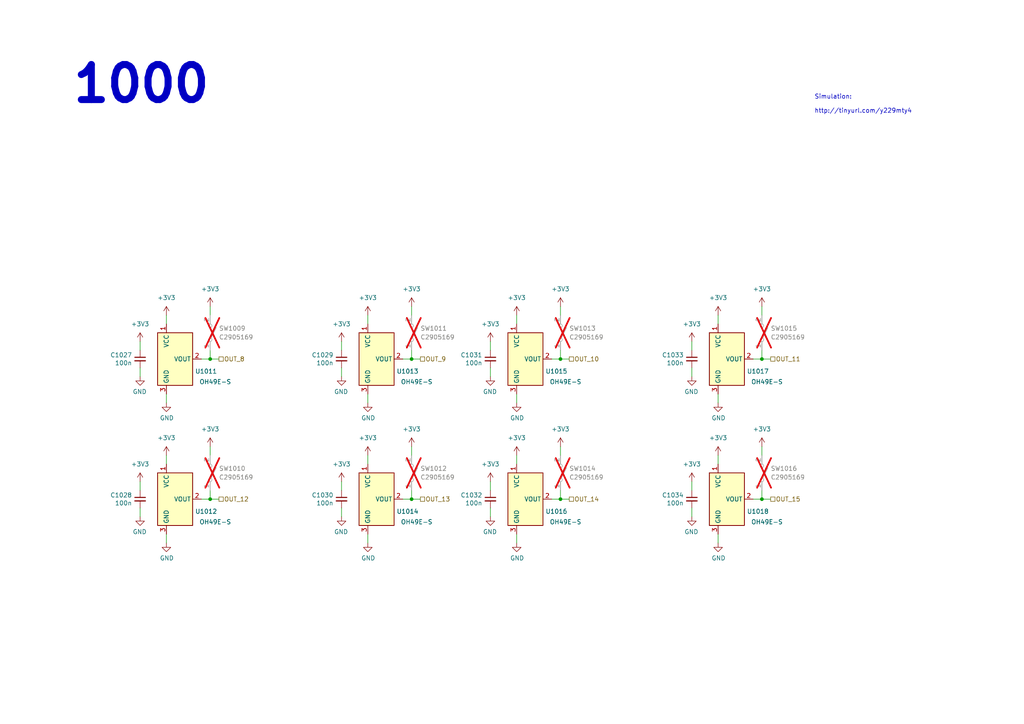
<source format=kicad_sch>
(kicad_sch (version 20231120) (generator "eeschema") (generator_version "8.0")
  (paper "A4")
  (lib_symbols
    (symbol "Sensor_Magnetic:A1301KLHLT-T"
      (property "Reference" "U" (at 0 11.43 0))
      (property "Value" "A1301KLHLT-T" (at 0 8.89 0))
      (symbol "A1301KLHLT-T_0_1"
        (rectangle (start -5.08 7.62) (end 5.08 -7.62) (stroke (width 0.254)) (fill (type background)))
      )
      (symbol "A1301KLHLT-T_1_1"
        (pin power_in line (at -2.54 10.16 270) (length 2.54) (name "VCC") (number "1"))
        (pin output line (at 7.62 0 180) (length 2.54) (name "VOUT") (number "2"))
        (pin power_in line (at -2.54 -10.16 90) (length 2.54) (name "GND") (number "3"))
      )
    )
    (symbol "Switch:SW_SPST" (pin_names (offset 0) hide)
      (property "Reference" "SW" (at 0 3.175 0))
      (property "Value" "SW_SPST" (at 0 -2.54 0))
      (symbol "SW_SPST_0_0"
        (circle (center -2.032 0) (radius 0.508))
        (polyline (pts (xy -1.524 0.254) (xy 1.524 1.778)))
        (circle (center 2.032 0) (radius 0.508))
      )
      (symbol "SW_SPST_1_1"
        (pin passive line (at -5.08 0 0) (length 2.54) (name "A") (number "1"))
        (pin passive line (at 5.08 0 180) (length 2.54) (name "B") (number "2"))
      )
    )
    (symbol "power:+3V3" (power) (pin_names (offset 0))
      (property "Value" "+3V3" (at 0 3.556 0))
      (symbol "+3V3_0_1"
        (polyline (pts (xy -0.762 1.27) (xy 0 2.54)))
        (polyline (pts (xy 0 0) (xy 0 2.54)))
        (polyline (pts (xy 0 2.54) (xy 0.762 1.27)))
      )
      (symbol "+3V3_1_1"
        (pin power_in line (at 0 0 90) (length 0) hide (name "+3V3") (number "1"))
      )
    )
    (symbol "power:GND" (power) (pin_names (offset 0))
      (property "Value" "GND" (at 0 -3.81 0))
      (symbol "GND_0_1"
        (polyline (pts (xy 0 0) (xy 0 -1.27) (xy 1.27 -1.27) (xy 0 -2.54) (xy -1.27 -1.27) (xy 0 -1.27)))
      )
      (symbol "GND_1_1"
        (pin power_in line (at 0 0 270) (length 0) hide (name "GND") (number "1"))
      )
    )
    (symbol "suku_basics:CAP" (pin_numbers hide) (pin_names (offset 0.254) hide)
      (property "Reference" "C" (at 0.254 1.778 0))
      (symbol "CAP_0_1"
        (polyline (pts (xy -1.524 -0.508) (xy 1.524 -0.508)) (stroke (width 0.3302)))
        (polyline (pts (xy -1.524 0.508) (xy 1.524 0.508)) (stroke (width 0.3048)))
      )
      (symbol "CAP_1_1"
        (pin passive line (at 0 2.54 270) (length 2.032) (name "~") (number "1"))
        (pin passive line (at 0 -2.54 90) (length 2.032) (name "~") (number "2"))
      )
    )
  )
  (junction (at 119.38 144.78))
  (junction (at 119.38 104.14))
  (junction (at 220.98 104.14))
  (junction (at 162.56 144.78))
  (junction (at 162.56 104.14))
  (junction (at 60.96 104.14))
  (junction (at 220.98 144.78))
  (junction (at 60.96 144.78))
  (wire (pts (xy 220.98 142.24) (xy 220.98 144.78)))
  (wire (pts (xy 162.56 88.9) (xy 162.56 91.44)))
  (wire (pts (xy 160.02 144.78) (xy 162.56 144.78)))
  (wire (pts (xy 200.66 149.86) (xy 200.66 147.32)))
  (wire (pts (xy 48.26 154.94) (xy 48.26 157.48)))
  (wire (pts (xy 208.28 132.08) (xy 208.28 134.62)))
  (wire (pts (xy 99.06 139.7) (xy 99.06 142.24)))
  (wire (pts (xy 119.38 88.9) (xy 119.38 91.44)))
  (wire (pts (xy 162.56 104.14) (xy 165.1 104.14)))
  (wire (pts (xy 208.28 114.3) (xy 208.28 116.84)))
  (wire (pts (xy 218.44 104.14) (xy 220.98 104.14)))
  (wire (pts (xy 60.96 144.78) (xy 63.5 144.78)))
  (wire (pts (xy 40.64 139.7) (xy 40.64 142.24)))
  (wire (pts (xy 149.86 154.94) (xy 149.86 157.48)))
  (wire (pts (xy 208.28 154.94) (xy 208.28 157.48)))
  (wire (pts (xy 149.86 132.08) (xy 149.86 134.62)))
  (wire (pts (xy 58.42 144.78) (xy 60.96 144.78)))
  (wire (pts (xy 149.86 91.44) (xy 149.86 93.98)))
  (wire (pts (xy 220.98 144.78) (xy 223.52 144.78)))
  (wire (pts (xy 48.26 114.3) (xy 48.26 116.84)))
  (wire (pts (xy 119.38 129.54) (xy 119.38 132.08)))
  (wire (pts (xy 60.96 88.9) (xy 60.96 91.44)))
  (wire (pts (xy 220.98 88.9) (xy 220.98 91.44)))
  (wire (pts (xy 40.64 149.86) (xy 40.64 147.32)))
  (wire (pts (xy 220.98 101.6) (xy 220.98 104.14)))
  (wire (pts (xy 60.96 101.6) (xy 60.96 104.14)))
  (wire (pts (xy 119.38 101.6) (xy 119.38 104.14)))
  (wire (pts (xy 116.84 104.14) (xy 119.38 104.14)))
  (wire (pts (xy 116.84 144.78) (xy 119.38 144.78)))
  (wire (pts (xy 200.66 109.22) (xy 200.66 106.68)))
  (wire (pts (xy 60.96 129.54) (xy 60.96 132.08)))
  (wire (pts (xy 142.24 99.06) (xy 142.24 101.6)))
  (wire (pts (xy 119.38 144.78) (xy 121.92 144.78)))
  (wire (pts (xy 200.66 99.06) (xy 200.66 101.6)))
  (wire (pts (xy 142.24 109.22) (xy 142.24 106.68)))
  (wire (pts (xy 119.38 142.24) (xy 119.38 144.78)))
  (wire (pts (xy 40.64 109.22) (xy 40.64 106.68)))
  (wire (pts (xy 160.02 104.14) (xy 162.56 104.14)))
  (wire (pts (xy 99.06 149.86) (xy 99.06 147.32)))
  (wire (pts (xy 58.42 104.14) (xy 60.96 104.14)))
  (wire (pts (xy 60.96 104.14) (xy 63.5 104.14)))
  (wire (pts (xy 200.66 139.7) (xy 200.66 142.24)))
  (wire (pts (xy 48.26 132.08) (xy 48.26 134.62)))
  (wire (pts (xy 162.56 142.24) (xy 162.56 144.78)))
  (wire (pts (xy 162.56 144.78) (xy 165.1 144.78)))
  (wire (pts (xy 40.64 99.06) (xy 40.64 101.6)))
  (wire (pts (xy 48.26 91.44) (xy 48.26 93.98)))
  (wire (pts (xy 60.96 142.24) (xy 60.96 144.78)))
  (wire (pts (xy 220.98 104.14) (xy 223.52 104.14)))
  (wire (pts (xy 106.68 132.08) (xy 106.68 134.62)))
  (wire (pts (xy 106.68 154.94) (xy 106.68 157.48)))
  (wire (pts (xy 218.44 144.78) (xy 220.98 144.78)))
  (wire (pts (xy 106.68 114.3) (xy 106.68 116.84)))
  (wire (pts (xy 99.06 99.06) (xy 99.06 101.6)))
  (wire (pts (xy 220.98 129.54) (xy 220.98 132.08)))
  (wire (pts (xy 162.56 101.6) (xy 162.56 104.14)))
  (wire (pts (xy 106.68 91.44) (xy 106.68 93.98)))
  (wire (pts (xy 162.56 129.54) (xy 162.56 132.08)))
  (wire (pts (xy 99.06 109.22) (xy 99.06 106.68)))
  (wire (pts (xy 208.28 91.44) (xy 208.28 93.98)))
  (wire (pts (xy 149.86 114.3) (xy 149.86 116.84)))
  (wire (pts (xy 119.38 104.14) (xy 121.92 104.14)))
  (wire (pts (xy 142.24 149.86) (xy 142.24 147.32)))
  (wire (pts (xy 142.24 139.7) (xy 142.24 142.24)))
  (text "1000" (at 20.32 30.48 0) (effects (font (size 10.16 10.16) (thickness 2.032) (bold yes)) (justify left bottom)))
  (text "Simulation:\n\nhttp://tinyurl.com/y229mty4" (at 236.22 33.02 0) (effects (font (size 1.27 1.27)) (justify left bottom)))
  (hierarchical_label "OUT_13" (shape passive) (at 121.92 144.78 0))
  (hierarchical_label "OUT_12" (shape passive) (at 63.5 144.78 0))
  (hierarchical_label "OUT_11" (shape passive) (at 223.52 104.14 0))
  (hierarchical_label "OUT_10" (shape passive) (at 165.1 104.14 0))
  (hierarchical_label "OUT_9" (shape passive) (at 121.92 104.14 0))
  (hierarchical_label "OUT_8" (shape passive) (at 63.5 104.14 0))
  (hierarchical_label "OUT_14" (shape passive) (at 165.1 144.78 0))
  (hierarchical_label "OUT_15" (shape passive) (at 223.52 144.78 0))
  (symbol (lib_id "power:+3V3") (at 200.66 139.7 0) (unit 1)
    (property "Reference" "#PWR01097" (effects (hide yes)))
    (property "Value" "+3V3" (at 200.66 134.62 0))
    (instances (project "PCBA-BU16" (path "" (reference "#PWR01097") (unit 1)) (path "" (reference "#PWR01057") (unit 1))))
  )
  (symbol (lib_id "power:GND") (at 208.28 116.84 0) (unit 1)
    (property "Reference" "#PWR01100" (effects (hide yes)))
    (property "Value" "GND" (at 208.407 121.2342 0))
    (instances (project "PCBA-BU16" (path "" (reference "#PWR01100") (unit 1)) (path "" (reference "#PWR01060") (unit 1))))
  )
  (symbol (lib_id "Switch:SW_SPST") (at 119.38 137.16 270) (mirror x) (unit 1) (dnp yes)
    (property "Reference" "SW1012" (at 121.92 135.8899 90) (effects (justify left)))
    (property "Value" "C2905169" (at 121.92 138.4299 90) (effects (justify left)))
    (property "Footprint" "suku_basics:gateron-low-profile" (effects (hide yes)))
    (instances (project "PCBA-BU16" (path "" (reference "SW1012") (unit 1)) (path "" (reference "SW1004") (unit 1))))
  )
  (symbol (lib_id "power:+3V3") (at 149.86 132.08 0) (unit 1)
    (property "Reference" "#PWR01091" (effects (hide yes)))
    (property "Value" "+3V3" (at 149.86 127 0))
    (instances (project "PCBA-BU16" (path "" (reference "#PWR01091") (unit 1)) (path "" (reference "#PWR01051") (unit 1))))
  )
  (symbol (lib_id "power:+3V3") (at 60.96 129.54 0) (unit 1)
    (property "Reference" "#PWR01074" (effects (hide yes)))
    (property "Value" "+3V3" (at 60.96 124.46 0))
    (instances (project "PCBA-BU16" (path "" (reference "#PWR01074") (unit 1)) (path "" (reference "#PWR01034") (unit 1))))
  )
  (symbol (lib_id "suku_basics:CAP") (at 142.24 144.78 0) (mirror y) (unit 1)
    (property "Reference" "C1032" (at 139.9032 143.6116 0) (effects (justify left)))
    (property "Value" "100n" (at 139.9032 145.923 0) (effects (justify left)))
    (property "Footprint" "suku_basics:CAP_0402" (effects (hide yes)))
    (instances (project "PCBA-BU16" (path "" (reference "C1032") (unit 1)) (path "" (reference "C1024") (unit 1))))
  )
  (symbol (lib_id "power:+3V3") (at 48.26 132.08 0) (unit 1)
    (property "Reference" "#PWR01071" (effects (hide yes)))
    (property "Value" "+3V3" (at 48.26 127 0))
    (instances (project "PCBA-BU16" (path "" (reference "#PWR01071") (unit 1)) (path "" (reference "#PWR01031") (unit 1))))
  )
  (symbol (lib_id "power:+3V3") (at 60.96 88.9 0) (unit 1)
    (property "Reference" "#PWR01073" (effects (hide yes)))
    (property "Value" "+3V3" (at 60.96 83.82 0))
    (instances (project "PCBA-BU16" (path "" (reference "#PWR01073") (unit 1)) (path "" (reference "#PWR01033") (unit 1))))
  )
  (symbol (lib_id "power:+3V3") (at 208.28 132.08 0) (unit 1)
    (property "Reference" "#PWR01101" (effects (hide yes)))
    (property "Value" "+3V3" (at 208.28 127 0))
    (instances (project "PCBA-BU16" (path "" (reference "#PWR01101") (unit 1)) (path "" (reference "#PWR01061") (unit 1))))
  )
  (symbol (lib_id "Sensor_Magnetic:A1301KLHLT-T") (at 210.82 104.14 0) (unit 1)
    (property "Reference" "U1017" (at 223.012 107.696 0) (effects (justify right)))
    (property "Value" "OH49E-S" (at 227.076 110.744 0) (effects (justify right)))
    (property "Footprint" "suku_basics:SOT-23W" (effects (hide yes)))
    (property "Datasheet" "http://www.allegromicro.com/~/media/Files/Datasheets/A1301-2-Datasheet.ashx" (effects (hide yes)))
    (property "Part" "C85573" (effects (hide yes)))
    (instances (project "PCBA-BU16" (path "" (reference "U1017") (unit 1)) (path "" (reference "U1009") (unit 1))))
  )
  (symbol (lib_id "power:GND") (at 99.06 149.86 0) (mirror y) (unit 1)
    (property "Reference" "#PWR01078" (effects (hide yes)))
    (property "Value" "GND" (at 98.933 154.2542 0))
    (instances (project "PCBA-BU16" (path "" (reference "#PWR01078") (unit 1)) (path "" (reference "#PWR01038") (unit 1))))
  )
  (symbol (lib_id "power:GND") (at 48.26 116.84 0) (unit 1)
    (property "Reference" "#PWR01070" (effects (hide yes)))
    (property "Value" "GND" (at 48.387 121.2342 0))
    (instances (project "PCBA-BU16" (path "" (reference "#PWR01070") (unit 1)) (path "" (reference "#PWR01030") (unit 1))))
  )
  (symbol (lib_id "power:GND") (at 200.66 109.22 0) (mirror y) (unit 1)
    (property "Reference" "#PWR01096" (effects (hide yes)))
    (property "Value" "GND" (at 200.533 113.6142 0))
    (instances (project "PCBA-BU16" (path "" (reference "#PWR01096") (unit 1)) (path "" (reference "#PWR01056") (unit 1))))
  )
  (symbol (lib_id "power:+3V3") (at 40.64 139.7 0) (unit 1)
    (property "Reference" "#PWR01067" (effects (hide yes)))
    (property "Value" "+3V3" (at 40.64 134.62 0))
    (instances (project "PCBA-BU16" (path "" (reference "#PWR01067") (unit 1)) (path "" (reference "#PWR01027") (unit 1))))
  )
  (symbol (lib_id "power:+3V3") (at 200.66 99.06 0) (unit 1)
    (property "Reference" "#PWR01095" (effects (hide yes)))
    (property "Value" "+3V3" (at 200.66 93.98 0))
    (instances (project "PCBA-BU16" (path "" (reference "#PWR01095") (unit 1)) (path "" (reference "#PWR01055") (unit 1))))
  )
  (symbol (lib_id "suku_basics:CAP") (at 200.66 104.14 0) (mirror y) (unit 1)
    (property "Reference" "C1033" (at 198.3232 102.9716 0) (effects (justify left)))
    (property "Value" "100n" (at 198.3232 105.283 0) (effects (justify left)))
    (property "Footprint" "suku_basics:CAP_0402" (effects (hide yes)))
    (instances (project "PCBA-BU16" (path "" (reference "C1033") (unit 1)) (path "" (reference "C1025") (unit 1))))
  )
  (symbol (lib_id "power:GND") (at 200.66 149.86 0) (mirror y) (unit 1)
    (property "Reference" "#PWR01098" (effects (hide yes)))
    (property "Value" "GND" (at 200.533 154.2542 0))
    (instances (project "PCBA-BU16" (path "" (reference "#PWR01098") (unit 1)) (path "" (reference "#PWR01058") (unit 1))))
  )
  (symbol (lib_id "Sensor_Magnetic:A1301KLHLT-T") (at 50.8 104.14 0) (unit 1)
    (property "Reference" "U1011" (at 62.992 107.696 0) (effects (justify right)))
    (property "Value" "OH49E-S" (at 67.056 110.744 0) (effects (justify right)))
    (property "Footprint" "suku_basics:SOT-23W" (effects (hide yes)))
    (property "Datasheet" "http://www.allegromicro.com/~/media/Files/Datasheets/A1301-2-Datasheet.ashx" (effects (hide yes)))
    (property "Part" "C85573" (effects (hide yes)))
    (instances (project "PCBA-BU16" (path "" (reference "U1011") (unit 1)) (path "" (reference "U1003") (unit 1))))
  )
  (symbol (lib_id "Switch:SW_SPST") (at 60.96 96.52 270) (mirror x) (unit 1) (dnp yes)
    (property "Reference" "SW1009" (at 63.5 95.2499 90) (effects (justify left)))
    (property "Value" "C2905169" (at 63.5 97.7899 90) (effects (justify left)))
    (property "Footprint" "suku_basics:gateron-low-profile" (effects (hide yes)))
    (instances (project "PCBA-BU16" (path "" (reference "SW1009") (unit 1)) (path "" (reference "SW1001") (unit 1))))
  )
  (symbol (lib_id "Sensor_Magnetic:A1301KLHLT-T") (at 152.4 104.14 0) (unit 1)
    (property "Reference" "U1015" (at 164.592 107.696 0) (effects (justify right)))
    (property "Value" "OH49E-S" (at 168.656 110.744 0) (effects (justify right)))
    (property "Footprint" "suku_basics:SOT-23W" (effects (hide yes)))
    (property "Datasheet" "http://www.allegromicro.com/~/media/Files/Datasheets/A1301-2-Datasheet.ashx" (effects (hide yes)))
    (property "Part" "C85573" (effects (hide yes)))
    (instances (project "PCBA-BU16" (path "" (reference "U1015") (unit 1)) (path "" (reference "U1007") (unit 1))))
  )
  (symbol (lib_id "power:+3V3") (at 162.56 129.54 0) (unit 1)
    (property "Reference" "#PWR01094" (effects (hide yes)))
    (property "Value" "+3V3" (at 162.56 124.46 0))
    (instances (project "PCBA-BU16" (path "" (reference "#PWR01094") (unit 1)) (path "" (reference "#PWR01054") (unit 1))))
  )
  (symbol (lib_id "suku_basics:CAP") (at 99.06 104.14 0) (mirror y) (unit 1)
    (property "Reference" "C1029" (at 96.7232 102.9716 0) (effects (justify left)))
    (property "Value" "100n" (at 96.7232 105.283 0) (effects (justify left)))
    (property "Footprint" "suku_basics:CAP_0402" (effects (hide yes)))
    (instances (project "PCBA-BU16" (path "" (reference "C1029") (unit 1)) (path "" (reference "C1021") (unit 1))))
  )
  (symbol (lib_id "power:+3V3") (at 142.24 99.06 0) (unit 1)
    (property "Reference" "#PWR01085" (effects (hide yes)))
    (property "Value" "+3V3" (at 142.24 93.98 0))
    (instances (project "PCBA-BU16" (path "" (reference "#PWR01085") (unit 1)) (path "" (reference "#PWR01045") (unit 1))))
  )
  (symbol (lib_id "power:+3V3") (at 119.38 129.54 0) (unit 1)
    (property "Reference" "#PWR01084" (effects (hide yes)))
    (property "Value" "+3V3" (at 119.38 124.46 0))
    (instances (project "PCBA-BU16" (path "" (reference "#PWR01084") (unit 1)) (path "" (reference "#PWR01044") (unit 1))))
  )
  (symbol (lib_id "suku_basics:CAP") (at 40.64 104.14 0) (mirror y) (unit 1)
    (property "Reference" "C1027" (at 38.3032 102.9716 0) (effects (justify left)))
    (property "Value" "100n" (at 38.3032 105.283 0) (effects (justify left)))
    (property "Footprint" "suku_basics:CAP_0402" (effects (hide yes)))
    (instances (project "PCBA-BU16" (path "" (reference "C1027") (unit 1)) (path "" (reference "C1019") (unit 1))))
  )
  (symbol (lib_id "power:+3V3") (at 40.64 99.06 0) (unit 1)
    (property "Reference" "#PWR01065" (effects (hide yes)))
    (property "Value" "+3V3" (at 40.64 93.98 0))
    (instances (project "PCBA-BU16" (path "" (reference "#PWR01065") (unit 1)) (path "" (reference "#PWR01025") (unit 1))))
  )
  (symbol (lib_id "power:+3V3") (at 220.98 129.54 0) (unit 1)
    (property "Reference" "#PWR01104" (effects (hide yes)))
    (property "Value" "+3V3" (at 220.98 124.46 0))
    (instances (project "PCBA-BU16" (path "" (reference "#PWR01104") (unit 1)) (path "" (reference "#PWR01064") (unit 1))))
  )
  (symbol (lib_id "Sensor_Magnetic:A1301KLHLT-T") (at 109.22 144.78 0) (unit 1)
    (property "Reference" "U1014" (at 121.412 148.336 0) (effects (justify right)))
    (property "Value" "OH49E-S" (at 125.476 151.384 0) (effects (justify right)))
    (property "Footprint" "suku_basics:SOT-23W" (effects (hide yes)))
    (property "Datasheet" "http://www.allegromicro.com/~/media/Files/Datasheets/A1301-2-Datasheet.ashx" (effects (hide yes)))
    (property "Part" "C85573" (effects (hide yes)))
    (instances (project "PCBA-BU16" (path "" (reference "U1014") (unit 1)) (path "" (reference "U1006") (unit 1))))
  )
  (symbol (lib_id "power:+3V3") (at 149.86 91.44 0) (unit 1)
    (property "Reference" "#PWR01089" (effects (hide yes)))
    (property "Value" "+3V3" (at 149.86 86.36 0))
    (instances (project "PCBA-BU16" (path "" (reference "#PWR01089") (unit 1)) (path "" (reference "#PWR01049") (unit 1))))
  )
  (symbol (lib_id "suku_basics:CAP") (at 200.66 144.78 0) (mirror y) (unit 1)
    (property "Reference" "C1034" (at 198.3232 143.6116 0) (effects (justify left)))
    (property "Value" "100n" (at 198.3232 145.923 0) (effects (justify left)))
    (property "Footprint" "suku_basics:CAP_0402" (effects (hide yes)))
    (instances (project "PCBA-BU16" (path "" (reference "C1034") (unit 1)) (path "" (reference "C1026") (unit 1))))
  )
  (symbol (lib_id "power:GND") (at 208.28 157.48 0) (unit 1)
    (property "Reference" "#PWR01102" (effects (hide yes)))
    (property "Value" "GND" (at 208.407 161.8742 0))
    (instances (project "PCBA-BU16" (path "" (reference "#PWR01102") (unit 1)) (path "" (reference "#PWR01062") (unit 1))))
  )
  (symbol (lib_id "power:+3V3") (at 106.68 132.08 0) (unit 1)
    (property "Reference" "#PWR01081" (effects (hide yes)))
    (property "Value" "+3V3" (at 106.68 127 0))
    (instances (project "PCBA-BU16" (path "" (reference "#PWR01081") (unit 1)) (path "" (reference "#PWR01041") (unit 1))))
  )
  (symbol (lib_id "Sensor_Magnetic:A1301KLHLT-T") (at 50.8 144.78 0) (unit 1)
    (property "Reference" "U1012" (at 62.992 148.336 0) (effects (justify right)))
    (property "Value" "OH49E-S" (at 67.056 151.384 0) (effects (justify right)))
    (property "Footprint" "suku_basics:SOT-23W" (effects (hide yes)))
    (property "Datasheet" "http://www.allegromicro.com/~/media/Files/Datasheets/A1301-2-Datasheet.ashx" (effects (hide yes)))
    (property "Part" "C85573" (effects (hide yes)))
    (instances (project "PCBA-BU16" (path "" (reference "U1012") (unit 1)) (path "" (reference "U1004") (unit 1))))
  )
  (symbol (lib_id "Switch:SW_SPST") (at 162.56 137.16 270) (mirror x) (unit 1) (dnp yes)
    (property "Reference" "SW1014" (at 165.1 135.8899 90) (effects (justify left)))
    (property "Value" "C2905169" (at 165.1 138.4299 90) (effects (justify left)))
    (property "Footprint" "suku_basics:gateron-low-profile" (effects (hide yes)))
    (instances (project "PCBA-BU16" (path "" (reference "SW1014") (unit 1)) (path "" (reference "SW1006") (unit 1))))
  )
  (symbol (lib_id "Switch:SW_SPST") (at 162.56 96.52 270) (mirror x) (unit 1) (dnp yes)
    (property "Reference" "SW1013" (at 165.1 95.2499 90) (effects (justify left)))
    (property "Value" "C2905169" (at 165.1 97.7899 90) (effects (justify left)))
    (property "Footprint" "suku_basics:gateron-low-profile" (effects (hide yes)))
    (instances (project "PCBA-BU16" (path "" (reference "SW1013") (unit 1)) (path "" (reference "SW1005") (unit 1))))
  )
  (symbol (lib_id "power:+3V3") (at 48.26 91.44 0) (unit 1)
    (property "Reference" "#PWR01069" (effects (hide yes)))
    (property "Value" "+3V3" (at 48.26 86.36 0))
    (instances (project "PCBA-BU16" (path "" (reference "#PWR01069") (unit 1)) (path "" (reference "#PWR01029") (unit 1))))
  )
  (symbol (lib_id "power:+3V3") (at 142.24 139.7 0) (unit 1)
    (property "Reference" "#PWR01087" (effects (hide yes)))
    (property "Value" "+3V3" (at 142.24 134.62 0))
    (instances (project "PCBA-BU16" (path "" (reference "#PWR01087") (unit 1)) (path "" (reference "#PWR01047") (unit 1))))
  )
  (symbol (lib_id "Switch:SW_SPST") (at 119.38 96.52 270) (mirror x) (unit 1) (dnp yes)
    (property "Reference" "SW1011" (at 121.92 95.2499 90) (effects (justify left)))
    (property "Value" "C2905169" (at 121.92 97.7899 90) (effects (justify left)))
    (property "Footprint" "suku_basics:gateron-low-profile" (effects (hide yes)))
    (instances (project "PCBA-BU16" (path "" (reference "SW1011") (unit 1)) (path "" (reference "SW1003") (unit 1))))
  )
  (symbol (lib_id "power:+3V3") (at 119.38 88.9 0) (unit 1)
    (property "Reference" "#PWR01083" (effects (hide yes)))
    (property "Value" "+3V3" (at 119.38 83.82 0))
    (instances (project "PCBA-BU16" (path "" (reference "#PWR01083") (unit 1)) (path "" (reference "#PWR01043") (unit 1))))
  )
  (symbol (lib_id "power:+3V3") (at 220.98 88.9 0) (unit 1)
    (property "Reference" "#PWR01103" (effects (hide yes)))
    (property "Value" "+3V3" (at 220.98 83.82 0))
    (instances (project "PCBA-BU16" (path "" (reference "#PWR01103") (unit 1)) (path "" (reference "#PWR01063") (unit 1))))
  )
  (symbol (lib_id "power:GND") (at 40.64 109.22 0) (mirror y) (unit 1)
    (property "Reference" "#PWR01066" (effects (hide yes)))
    (property "Value" "GND" (at 40.513 113.6142 0))
    (instances (project "PCBA-BU16" (path "" (reference "#PWR01066") (unit 1)) (path "" (reference "#PWR01026") (unit 1))))
  )
  (symbol (lib_id "Sensor_Magnetic:A1301KLHLT-T") (at 109.22 104.14 0) (unit 1)
    (property "Reference" "U1013" (at 121.412 107.696 0) (effects (justify right)))
    (property "Value" "OH49E-S" (at 125.476 110.744 0) (effects (justify right)))
    (property "Footprint" "suku_basics:SOT-23W" (effects (hide yes)))
    (property "Datasheet" "http://www.allegromicro.com/~/media/Files/Datasheets/A1301-2-Datasheet.ashx" (effects (hide yes)))
    (property "Part" "C85573" (effects (hide yes)))
    (instances (project "PCBA-BU16" (path "" (reference "U1013") (unit 1)) (path "" (reference "U1005") (unit 1))))
  )
  (symbol (lib_id "power:+3V3") (at 208.28 91.44 0) (unit 1)
    (property "Reference" "#PWR01099" (effects (hide yes)))
    (property "Value" "+3V3" (at 208.28 86.36 0))
    (instances (project "PCBA-BU16" (path "" (reference "#PWR01099") (unit 1)) (path "" (reference "#PWR01059") (unit 1))))
  )
  (symbol (lib_id "power:GND") (at 142.24 149.86 0) (mirror y) (unit 1)
    (property "Reference" "#PWR01088" (effects (hide yes)))
    (property "Value" "GND" (at 142.113 154.2542 0))
    (instances (project "PCBA-BU16" (path "" (reference "#PWR01088") (unit 1)) (path "" (reference "#PWR01048") (unit 1))))
  )
  (symbol (lib_id "power:GND") (at 99.06 109.22 0) (mirror y) (unit 1)
    (property "Reference" "#PWR01076" (effects (hide yes)))
    (property "Value" "GND" (at 98.933 113.6142 0))
    (instances (project "PCBA-BU16" (path "" (reference "#PWR01076") (unit 1)) (path "" (reference "#PWR01036") (unit 1))))
  )
  (symbol (lib_id "suku_basics:CAP") (at 142.24 104.14 0) (mirror y) (unit 1)
    (property "Reference" "C1031" (at 139.9032 102.9716 0) (effects (justify left)))
    (property "Value" "100n" (at 139.9032 105.283 0) (effects (justify left)))
    (property "Footprint" "suku_basics:CAP_0402" (effects (hide yes)))
    (instances (project "PCBA-BU16" (path "" (reference "C1031") (unit 1)) (path "" (reference "C1023") (unit 1))))
  )
  (symbol (lib_id "Switch:SW_SPST") (at 220.98 96.52 270) (mirror x) (unit 1) (dnp yes)
    (property "Reference" "SW1015" (at 223.52 95.2499 90) (effects (justify left)))
    (property "Value" "C2905169" (at 223.52 97.7899 90) (effects (justify left)))
    (property "Footprint" "suku_basics:gateron-low-profile" (effects (hide yes)))
    (instances (project "PCBA-BU16" (path "" (reference "SW1015") (unit 1)) (path "" (reference "SW1007") (unit 1))))
  )
  (symbol (lib_id "suku_basics:CAP") (at 99.06 144.78 0) (mirror y) (unit 1)
    (property "Reference" "C1030" (at 96.7232 143.6116 0) (effects (justify left)))
    (property "Value" "100n" (at 96.7232 145.923 0) (effects (justify left)))
    (property "Footprint" "suku_basics:CAP_0402" (effects (hide yes)))
    (instances (project "PCBA-BU16" (path "" (reference "C1030") (unit 1)) (path "" (reference "C1022") (unit 1))))
  )
  (symbol (lib_id "Switch:SW_SPST") (at 60.96 137.16 270) (mirror x) (unit 1) (dnp yes)
    (property "Reference" "SW1010" (at 63.5 135.8899 90) (effects (justify left)))
    (property "Value" "C2905169" (at 63.5 138.4299 90) (effects (justify left)))
    (property "Footprint" "suku_basics:gateron-low-profile" (effects (hide yes)))
    (instances (project "PCBA-BU16" (path "" (reference "SW1010") (unit 1)) (path "" (reference "SW1002") (unit 1))))
  )
  (symbol (lib_id "Sensor_Magnetic:A1301KLHLT-T") (at 210.82 144.78 0) (unit 1)
    (property "Reference" "U1018" (at 223.012 148.336 0) (effects (justify right)))
    (property "Value" "OH49E-S" (at 227.076 151.384 0) (effects (justify right)))
    (property "Footprint" "suku_basics:SOT-23W" (effects (hide yes)))
    (property "Datasheet" "http://www.allegromicro.com/~/media/Files/Datasheets/A1301-2-Datasheet.ashx" (effects (hide yes)))
    (property "Part" "C85573" (effects (hide yes)))
    (instances (project "PCBA-BU16" (path "" (reference "U1018") (unit 1)) (path "" (reference "U1010") (unit 1))))
  )
  (symbol (lib_id "power:+3V3") (at 99.06 99.06 0) (unit 1)
    (property "Reference" "#PWR01075" (effects (hide yes)))
    (property "Value" "+3V3" (at 99.06 93.98 0))
    (instances (project "PCBA-BU16" (path "" (reference "#PWR01075") (unit 1)) (path "" (reference "#PWR01035") (unit 1))))
  )
  (symbol (lib_id "suku_basics:CAP") (at 40.64 144.78 0) (mirror y) (unit 1)
    (property "Reference" "C1028" (at 38.3032 143.6116 0) (effects (justify left)))
    (property "Value" "100n" (at 38.3032 145.923 0) (effects (justify left)))
    (property "Footprint" "suku_basics:CAP_0402" (effects (hide yes)))
    (instances (project "PCBA-BU16" (path "" (reference "C1028") (unit 1)) (path "" (reference "C1020") (unit 1))))
  )
  (symbol (lib_id "power:GND") (at 106.68 116.84 0) (unit 1)
    (property "Reference" "#PWR01080" (effects (hide yes)))
    (property "Value" "GND" (at 106.807 121.2342 0))
    (instances (project "PCBA-BU16" (path "" (reference "#PWR01080") (unit 1)) (path "" (reference "#PWR01040") (unit 1))))
  )
  (symbol (lib_id "Sensor_Magnetic:A1301KLHLT-T") (at 152.4 144.78 0) (unit 1)
    (property "Reference" "U1016" (at 164.592 148.336 0) (effects (justify right)))
    (property "Value" "OH49E-S" (at 168.656 151.384 0) (effects (justify right)))
    (property "Footprint" "suku_basics:SOT-23W" (effects (hide yes)))
    (property "Datasheet" "http://www.allegromicro.com/~/media/Files/Datasheets/A1301-2-Datasheet.ashx" (effects (hide yes)))
    (property "Part" "C85573" (effects (hide yes)))
    (instances (project "PCBA-BU16" (path "" (reference "U1016") (unit 1)) (path "" (reference "U1008") (unit 1))))
  )
  (symbol (lib_id "power:GND") (at 106.68 157.48 0) (unit 1)
    (property "Reference" "#PWR01082" (effects (hide yes)))
    (property "Value" "GND" (at 106.807 161.8742 0))
    (instances (project "PCBA-BU16" (path "" (reference "#PWR01082") (unit 1)) (path "" (reference "#PWR01042") (unit 1))))
  )
  (symbol (lib_id "power:GND") (at 48.26 157.48 0) (unit 1)
    (property "Reference" "#PWR01072" (effects (hide yes)))
    (property "Value" "GND" (at 48.387 161.8742 0))
    (instances (project "PCBA-BU16" (path "" (reference "#PWR01072") (unit 1)) (path "" (reference "#PWR01032") (unit 1))))
  )
  (symbol (lib_id "power:+3V3") (at 106.68 91.44 0) (unit 1)
    (property "Reference" "#PWR01079" (effects (hide yes)))
    (property "Value" "+3V3" (at 106.68 86.36 0))
    (instances (project "PCBA-BU16" (path "" (reference "#PWR01079") (unit 1)) (path "" (reference "#PWR01039") (unit 1))))
  )
  (symbol (lib_id "power:+3V3") (at 99.06 139.7 0) (unit 1)
    (property "Reference" "#PWR01077" (effects (hide yes)))
    (property "Value" "+3V3" (at 99.06 134.62 0))
    (instances (project "PCBA-BU16" (path "" (reference "#PWR01077") (unit 1)) (path "" (reference "#PWR01037") (unit 1))))
  )
  (symbol (lib_id "power:GND") (at 142.24 109.22 0) (mirror y) (unit 1)
    (property "Reference" "#PWR01086" (effects (hide yes)))
    (property "Value" "GND" (at 142.113 113.6142 0))
    (instances (project "PCBA-BU16" (path "" (reference "#PWR01086") (unit 1)) (path "" (reference "#PWR01046") (unit 1))))
  )
  (symbol (lib_id "power:GND") (at 149.86 157.48 0) (unit 1)
    (property "Reference" "#PWR01092" (effects (hide yes)))
    (property "Value" "GND" (at 149.987 161.8742 0))
    (instances (project "PCBA-BU16" (path "" (reference "#PWR01092") (unit 1)) (path "" (reference "#PWR01052") (unit 1))))
  )
  (symbol (lib_id "power:+3V3") (at 162.56 88.9 0) (unit 1)
    (property "Reference" "#PWR01093" (effects (hide yes)))
    (property "Value" "+3V3" (at 162.56 83.82 0))
    (instances (project "PCBA-BU16" (path "" (reference "#PWR01093") (unit 1)) (path "" (reference "#PWR01053") (unit 1))))
  )
  (symbol (lib_id "power:GND") (at 149.86 116.84 0) (unit 1)
    (property "Reference" "#PWR01090" (effects (hide yes)))
    (property "Value" "GND" (at 149.987 121.2342 0))
    (instances (project "PCBA-BU16" (path "" (reference "#PWR01090") (unit 1)) (path "" (reference "#PWR01050") (unit 1))))
  )
  (symbol (lib_id "power:GND") (at 40.64 149.86 0) (mirror y) (unit 1)
    (property "Reference" "#PWR01068" (effects (hide yes)))
    (property "Value" "GND" (at 40.513 154.2542 0))
    (instances (project "PCBA-BU16" (path "" (reference "#PWR01068") (unit 1)) (path "" (reference "#PWR01028") (unit 1))))
  )
  (symbol (lib_id "Switch:SW_SPST") (at 220.98 137.16 270) (mirror x) (unit 1) (dnp yes)
    (property "Reference" "SW1016" (at 223.52 135.8899 90) (effects (justify left)))
    (property "Value" "C2905169" (at 223.52 138.4299 90) (effects (justify left)))
    (property "Footprint" "suku_basics:gateron-low-profile" (effects (hide yes)))
    (instances (project "PCBA-BU16" (path "" (reference "SW1016") (unit 1)) (path "" (reference "SW1008") (unit 1))))
  )
)
</source>
